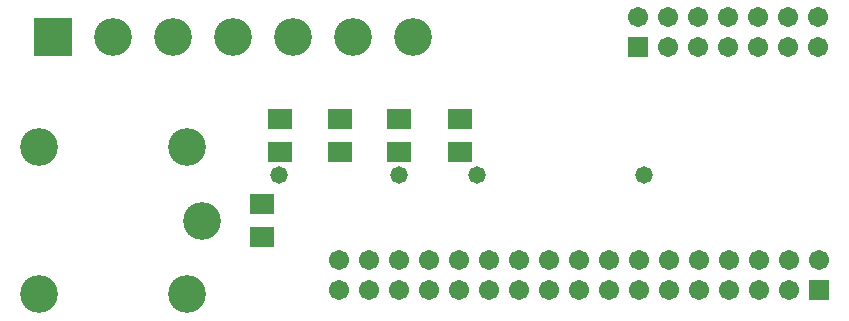
<source format=gts>
%FSLAX43Y43*%
%MOMM*%
G71*
G01*
G75*
%ADD10R,1.800X1.600*%
%ADD11C,1.000*%
%ADD12C,2.000*%
%ADD13C,0.500*%
%ADD14C,3.000*%
%ADD15R,3.000X3.000*%
%ADD16R,1.500X1.500*%
%ADD17C,1.500*%
%ADD18C,1.270*%
%ADD19C,0.400*%
%ADD20R,2.003X1.803*%
%ADD21C,3.203*%
%ADD22R,3.203X3.203*%
%ADD23R,1.703X1.703*%
%ADD24C,1.703*%
%ADD25C,1.473*%
D20*
X-30393Y14488D02*
D03*
Y11688D02*
D03*
X-35493Y14488D02*
D03*
Y11688D02*
D03*
X-40493Y14488D02*
D03*
Y11688D02*
D03*
X-45593Y14488D02*
D03*
Y11688D02*
D03*
X-47091Y4495D02*
D03*
Y7295D02*
D03*
D21*
X-49560Y21400D02*
D03*
X-59720D02*
D03*
X-54640D02*
D03*
X-34360D02*
D03*
X-44520D02*
D03*
X-39440D02*
D03*
X-53496Y12108D02*
D03*
X-52196Y5808D02*
D03*
X-65996Y12108D02*
D03*
Y-392D02*
D03*
X-53496D02*
D03*
D22*
X-64800Y21400D02*
D03*
D23*
X-15300Y20540D02*
D03*
X0Y0D02*
D03*
D24*
X-15300Y23080D02*
D03*
X-12760Y20540D02*
D03*
Y23080D02*
D03*
X-10220Y20540D02*
D03*
X-10220Y23080D02*
D03*
X-7680Y20540D02*
D03*
Y23080D02*
D03*
X-5140Y20540D02*
D03*
Y23080D02*
D03*
X-2600Y20540D02*
D03*
Y23080D02*
D03*
X-60Y20540D02*
D03*
Y23080D02*
D03*
X-40640Y2540D02*
D03*
X-40640Y0D02*
D03*
X-38100Y2540D02*
D03*
Y0D02*
D03*
X-35560Y2540D02*
D03*
Y0D02*
D03*
X-33020Y2540D02*
D03*
Y0D02*
D03*
X-30480Y2540D02*
D03*
Y0D02*
D03*
X-27940Y2540D02*
D03*
X-27940Y0D02*
D03*
X-25400Y2540D02*
D03*
Y0D02*
D03*
X-22860Y2540D02*
D03*
Y0D02*
D03*
X-20320Y2540D02*
D03*
Y0D02*
D03*
X-17780Y2540D02*
D03*
Y0D02*
D03*
X-15240Y2540D02*
D03*
Y0D02*
D03*
X-12700Y2540D02*
D03*
Y0D02*
D03*
X-10160Y2540D02*
D03*
Y0D02*
D03*
X-7620Y2540D02*
D03*
Y0D02*
D03*
X-5080Y2540D02*
D03*
X-5080Y0D02*
D03*
X-2540Y2540D02*
D03*
Y0D02*
D03*
X0Y2540D02*
D03*
D25*
X-14800Y9700D02*
D03*
X-28900D02*
D03*
X-45700D02*
D03*
X-35500D02*
D03*
M02*

</source>
